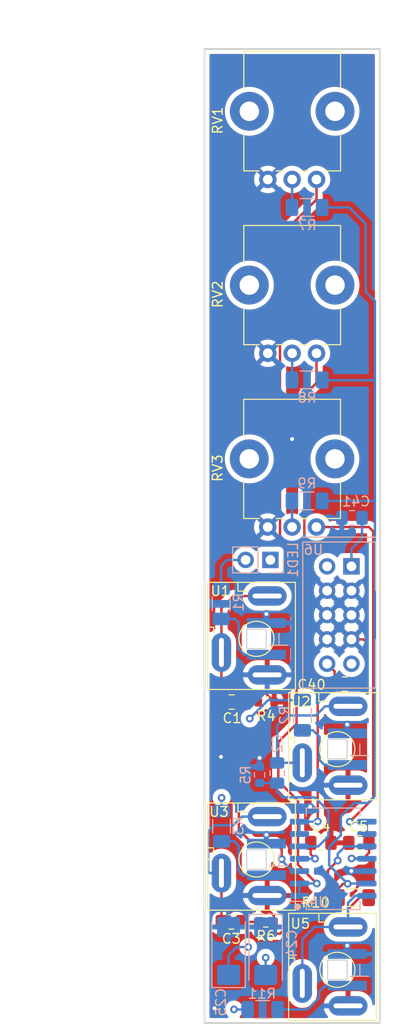
<source format=kicad_pcb>
(kicad_pcb (version 20211014) (generator pcbnew)
  (layers (0 "F.Cu" signal) (1 "In1.Cu" power "GND") (2 "In2.Cu" power "PWR") (31 "B.Cu" signal) (34 "B.Paste" user) (35 "F.Paste" user) (36 "B.SilkS" user "B.Silkscreen") (37 "F.SilkS" user "F.Silkscreen") (38 "B.Mask" user) (39 "F.Mask" user) (44 "Edge.Cuts" user))
  (net 0 "")
  (net 1 "Net-(C1-Pad1)")
  (net 2 "Net-(C1-Pad2)")
  (net 3 "Net-(C2-Pad1)")
  (net 4 "Net-(C2-Pad2)")
  (net 5 "Net-(C3-Pad1)")
  (net 6 "Net-(C3-Pad2)")
  (net 7 "+12V")
  (net 8 "GND")
  (net 9 "-12V")
  (net 10 "+12VA")
  (net 11 "Net-(R1-Pad2)")
  (net 12 "Net-(R2-Pad2)")
  (net 13 "Net-(R3-Pad2)")
  (net 14 "Net-(R7-Pad1)")
  (net 15 "Net-(R10-Pad2)")
  (net 16 "Net-(R8-Pad1)")
  (net 17 "Net-(R9-Pad1)")
  (net 18 "Net-(R10-Pad1)")
  (net 19 "Net-(RV1-Pad1)")
  (net 20 "Net-(RV2-Pad1)")
  (net 21 "Net-(RV3-Pad1)")
  (net 22 "Net-(U5-PadLA)")
  (footprint "Potentiometer_THT:Potentiometer_Bourns_PTV09A-1_Single_Vertical" (layer "F.Cu") (at 11.4916 49.0776 90)
    (fp_text reference "RV3" (at 6.05 -10.15 90) (layer "F.SilkS"))
    (fp_text value "POT-BOURNS-1K-LIN")
    (fp_line (start 0.88 -1.629) (end 0.88 -0.87) (layer "F.SilkS") (width 0.12))
    (fp_line (start 0.88 -4.129) (end 0.88 -3.37) (layer "F.SilkS") (width 0.12))
    (fp_line (start 0.88 2.47) (end 4.745 2.47) (layer "F.SilkS") (width 0.12))
    (fp_line (start 0.88 -7.47) (end 4.745 -7.47) (layer "F.SilkS") (width 0.12))
    (fp_line (start 13.12 -7.47) (end 13.12 2.47) (layer "F.SilkS") (width 0.12))
    (fp_line (start 0.88 -7.47) (end 0.88 -5.871) (layer "F.SilkS") (width 0.12))
    (fp_line (start 9.255 2.47) (end 13.12 2.47) (layer "F.SilkS") (width 0.12))
    (fp_line (start 9.255 -7.47) (end 13.12 -7.47) (layer "F.SilkS") (width 0.12))
    (fp_line (start 0.88 0.87) (end 0.88 2.47) (layer "F.SilkS") (width 0.12))
    (pad "" np_thru_hole circle (at 7 1.9 90) (size 4 4) (drill 2) (layers *.Cu *.Mask))
    (pad "" np_thru_hole circle (at 7 -6.9 90) (size 4 4) (drill 2) (layers *.Cu *.Mask))
    (pad "1" thru_hole circle (at 0 0 90) (size 1.8 1.8) (drill 1) (layers *.Cu *.Mask) (net 21 "Net-(RV3-Pad1)"))
    (pad "2" thru_hole circle (at 0 -2.5 90) (size 1.8 1.8) (drill 1) (layers *.Cu *.Mask) (net 17 "Net-(R9-Pad1)"))
    (pad "3" thru_hole circle (at 0 -5 90) (size 1.8 1.8) (drill 1) (layers *.Cu *.Mask) (net 8 "GND"))
  )
  (footprint "Capacitor_SMD:C_0805_2012Metric_Pad1.18x1.45mm_HandSolder" (layer "F.Cu") (at 14.4 65.2)
    (fp_text reference "C40" (at -3.41 0.06) (layer "F.SilkS"))
    (fp_text value "C-100nF-0805")
    (fp_line (start -0.261252 0.735) (end 0.261252 0.735) (layer "F.SilkS") (width 0.12))
    (fp_line (start -0.261252 -0.735) (end 0.261252 -0.735) (layer "F.SilkS") (width 0.12))
    (pad "1" smd roundrect (at -1.0375 0) (size 1.175 1.45) (layers "F.Cu" "F.Paste" "F.Mask") (roundrect_rratio 0.212766) (net 7 "+12V"))
    (pad "2" smd roundrect (at 1.0375 0) (size 1.175 1.45) (layers "F.Cu" "F.Paste" "F.Mask") (roundrect_rratio 0.212766) (net 8 "GND"))
  )
  (footprint "Resistor_SMD:R_0603_1608Metric" (layer "F.Cu") (at 6.297678 89.622679 180)
    (fp_text reference "R6" (at 0 -1.43) (layer "F.SilkS"))
    (fp_text value "R-100k-0603")
    (fp_line (start -0.237258 0.5225) (end 0.237258 0.5225) (layer "F.SilkS") (width 0.12))
    (fp_line (start -0.237258 -0.5225) (end 0.237258 -0.5225) (layer "F.SilkS") (width 0.12))
    (pad "1" smd roundrect (at -0.825 0 180) (size 0.8 0.95) (layers "F.Cu" "F.Paste" "F.Mask") (net 8 "GND"))
    (pad "2" smd roundrect (at 0.825 0 180) (size 0.8 0.95) (layers "F.Cu" "F.Paste" "F.Mask") (net 6 "Net-(C3-Pad2)"))
  )
  (footprint "Resistor_SMD:R_0603_1608Metric" (layer "F.Cu") (at 6.33 67.04 180)
    (fp_text reference "R4" (at 0 -1.43) (layer "F.SilkS"))
    (fp_text value "R-100k-0603")
    (fp_line (start -0.237258 0.5225) (end 0.237258 0.5225) (layer "F.SilkS") (width 0.12))
    (fp_line (start -0.237258 -0.5225) (end 0.237258 -0.5225) (layer "F.SilkS") (width 0.12))
    (pad "1" smd roundrect (at -0.825 0 180) (size 0.8 0.95) (layers "F.Cu" "F.Paste" "F.Mask") (net 8 "GND"))
    (pad "2" smd roundrect (at 0.825 0 180) (size 0.8 0.95) (layers "F.Cu" "F.Paste" "F.Mask") (net 2 "Net-(C1-Pad2)"))
  )
  (footprint "Capacitor_SMD:C_0805_2012Metric_Pad1.18x1.45mm_HandSolder" (layer "F.Cu") (at 2.757677 89.622678)
    (fp_text reference "C3" (at 0 1.72) (layer "F.SilkS"))
    (fp_text value "C-100nF-0805")
    (fp_line (start -0.261252 0.735) (end 0.261252 0.735) (layer "F.SilkS") (width 0.12))
    (fp_line (start -0.261252 -0.735) (end 0.261252 -0.735) (layer "F.SilkS") (width 0.12))
    (pad "1" smd roundrect (at -1.0375 0) (size 1.175 1.45) (layers "F.Cu" "F.Paste" "F.Mask") (roundrect_rratio 0.212766) (net 5 "Net-(C3-Pad1)"))
    (pad "2" smd roundrect (at 1.0375 0) (size 1.175 1.45) (layers "F.Cu" "F.Paste" "F.Mask") (roundrect_rratio 0.212766) (net 6 "Net-(C3-Pad2)"))
  )
  (footprint "eurorack:LUM 1502-03 LED" (layer "F.Cu") (at 13.6398 71.8804)
    (fp_text reference "U2" (at -3.7598 -4.8604 unlocked) (layer "F.SilkS"))
    (fp_text value "LUM-1502-03_3.5mm_mono_vertical_jack_LED" hide)
    (fp_line (start 2.3114 0.6604) (end 2.3114 -0.5588) (layer "B.SilkS") (width 0.12))
    (fp_line (start 3.2258 0.6604) (end 1.3462 0.6604) (layer "B.SilkS") (width 0.12))
    (fp_line (start 1.3462 0.6604) (end 2.286 0.6604) (layer "B.SilkS") (width 0.12))
    (fp_line (start -5 -1.2) (end -4.4 -1.2) (layer "F.SilkS") (width 0.12))
    (fp_line (start -5 0) (end -4.8 0) (layer "F.SilkS") (width 0.12))
    (fp_line (start -1.9 -4.9) (end -1 -4.9) (layer "F.SilkS") (width 0.12))
    (fp_line (start -4.4 -1.2) (end -4.4 -0.6) (layer "F.SilkS") (width 0.12))
    (fp_line (start -0.4 -5.55) (end -0.4 -5.8) (layer "F.SilkS") (width 0.12))
    (fp_line (start -1.9 -5.8) (end -1.9 -4.9) (layer "F.SilkS") (width 0.12))
    (fp_rect (start -5 -5.8) (end 4 5.2) (layer "F.SilkS") (width 0.12) (fill none))
    (fp_circle (center 0 0) (end 1.8 0) (layer "F.SilkS") (width 0.12) (fill none))
    (fp_rect (start -1 -1) (end 1 1) (layer "Edge.Cuts") (width 0.12) (fill none))
    (pad "LA" smd rect (at 1.016 1.6256 90) (size 1 4) (layers "B.Cu" "B.Paste" "B.Mask") (net 12 "Net-(R2-Pad2)"))
    (pad "LK" smd rect (at 1.016 -1.6256 90) (size 1 4) (layers "B.Cu" "B.Paste" "B.Mask") (net 8 "GND"))
    (pad "S" thru_hole oval (at 1.1 3.7) (size 4 2) (drill oval 3 0.5) (layers *.Cu *.Mask) (net 8 "GND"))
    (pad "T" thru_hole oval (at 1.1 -4.4) (size 4 2) (drill oval 3 0.5) (layers *.Cu *.Mask) (net 3 "Net-(C2-Pad1)"))
    (pad "TN" thru_hole oval (at -3.6 1.4 90) (size 4 2) (drill oval 3 0.5) (layers *.Cu *.Mask) (net 3 "Net-(C2-Pad1)"))
  )
  (footprint "Resistor_SMD:R_1206_3216Metric_Pad1.30x1.75mm_HandSolder" (layer "F.Cu") (at 15.3 87.125 180)
    (fp_text reference "R10" (at 3.88 -0.505) (layer "F.SilkS"))
    (fp_text value "R-10k-1206")
    (fp_line (start -0.727064 0.91) (end 0.727064 0.91) (layer "F.SilkS") (width 0.12))
    (fp_line (start -0.727064 -0.91) (end 0.727064 -0.91) (layer "F.SilkS") (width 0.12))
    (pad "1" smd roundrect (at -1.55 0 180) (size 1.3 1.75) (layers "F.Cu" "F.Paste" "F.Mask") (roundrect_rratio 0.192308) (net 18 "Net-(R10-Pad1)"))
    (pad "2" smd roundrect (at 1.55 0 180) (size 1.3 1.75) (layers "F.Cu" "F.Paste" "F.Mask") (roundrect_rratio 0.192308) (net 15 "Net-(R10-Pad2)"))
  )
  (footprint "Potentiometer_THT:Potentiometer_Bourns_PTV09A-1_Single_Vertical" (layer "F.Cu") (at 11.5 31.2341 90)
    (fp_text reference "RV2" (at 6.05 -10.15 90) (layer "F.SilkS"))
    (fp_text value "POT-BOURNS-1K-LIN")
    (fp_line (start 9.255 2.47) (end 13.12 2.47) (layer "F.SilkS") (width 0.12))
    (fp_line (start 0.88 0.87) (end 0.88 2.47) (layer "F.SilkS") (width 0.12))
    (fp_line (start 9.255 -7.47) (end 13.12 -7.47) (layer "F.SilkS") (width 0.12))
    (fp_line (start 0.88 -4.129) (end 0.88 -3.37) (layer "F.SilkS") (width 0.12))
    (fp_line (start 0.88 -7.47) (end 4.745 -7.47) (layer "F.SilkS") (width 0.12))
    (fp_line (start 0.88 2.47) (end 4.745 2.47) (layer "F.SilkS") (width 0.12))
    (fp_line (start 0.88 -1.629) (end 0.88 -0.87) (layer "F.SilkS") (width 0.12))
    (fp_line (start 13.12 -7.47) (end 13.12 2.47) (layer "F.SilkS") (width 0.12))
    (fp_line (start 0.88 -7.47) (end 0.88 -5.871) (layer "F.SilkS") (width 0.12))
    (pad "" np_thru_hole circle (at 7 -6.9 90) (size 4 4) (drill 2) (layers *.Cu *.Mask))
    (pad "" np_thru_hole circle (at 7 1.9 90) (size 4 4) (drill 2) (layers *.Cu *.Mask))
    (pad "1" thru_hole circle (at 0 0 90) (size 1.8 1.8) (drill 1) (layers *.Cu *.Mask) (net 20 "Net-(RV2-Pad1)"))
    (pad "2" thru_hole circle (at 0 -2.5 90) (size 1.8 1.8) (drill 1) (layers *.Cu *.Mask) (net 16 "Net-(R8-Pad1)"))
    (pad "3" thru_hole circle (at 0 -5 90) (size 1.8 1.8) (drill 1) (layers *.Cu *.Mask) (net 8 "GND"))
  )
  (footprint "eurorack:LUM 1502-03 LED" (layer "F.Cu") (at 5.334 83.2072)
    (fp_text reference "U3" (at -3.844 -4.8872 unlocked) (layer "F.SilkS"))
    (fp_text value "LUM-1502-03_3.5mm_mono_vertical_jack_LED" hide)
    (fp_line (start 2.3114 0.6604) (end 2.3114 -0.5588) (layer "B.SilkS") (width 0.12))
    (fp_line (start 3.2258 0.6604) (end 1.3462 0.6604) (layer "B.SilkS") (width 0.12))
    (fp_line (start 1.3462 0.6604) (end 2.286 0.6604) (layer "B.SilkS") (width 0.12))
    (fp_line (start -1.9 -5.8) (end -1.9 -4.9) (layer "F.SilkS") (width 0.12))
    (fp_line (start -5 -1.2) (end -4.4 -1.2) (layer "F.SilkS") (width 0.12))
    (fp_line (start -4.4 -1.2) (end -4.4 -0.6) (layer "F.SilkS") (width 0.12))
    (fp_line (start -1.9 -4.9) (end -1 -4.9) (layer "F.SilkS") (width 0.12))
    (fp_line (start -0.4 -5.55) (end -0.4 -5.8) (layer "F.SilkS") (width 0.12))
    (fp_line (start -5 0) (end -4.8 0) (layer "F.SilkS") (width 0.12))
    (fp_rect (start -5 -5.8) (end 4 5.2) (layer "F.SilkS") (width 0.12) (fill none))
    (fp_circle (center 0 0) (end 1.8 0) (layer "F.SilkS") (width 0.12) (fill none))
    (fp_rect (start -1 -1) (end 1 1) (layer "Edge.Cuts") (width 0.12) (fill none))
    (pad "LA" smd rect (at 1.016 1.6256 90) (size 1 4) (layers "B.Cu" "B.Paste" "B.Mask") (net 13 "Net-(R3-Pad2)"))
    (pad "LK" smd rect (at 1.016 -1.6256 90) (size 1 4) (layers "B.Cu" "B.Paste" "B.Mask") (net 8 "GND"))
    (pad "S" thru_hole oval (at 1.1 3.7) (size 4 2) (drill oval 3 0.5) (layers *.Cu *.Mask) (net 8 "GND"))
    (pad "T" thru_hole oval (at 1.1 -4.4) (size 4 2) (drill oval 3 0.5) (layers *.Cu *.Mask) (net 5 "Net-(C3-Pad1)"))
    (pad "TN" thru_hole oval (at -3.6 1.4 90) (size 4 2) (drill oval 3 0.5) (layers *.Cu *.Mask) (net 5 "Net-(C3-Pad1)"))
  )
  (footprint "eurorack:LUM 1502-03 LED" (layer "F.Cu") (at 13.6398 94.534)
    (fp_text reference "U5" (at -3.7998 -4.734 unlocked) (layer "F.SilkS"))
    (fp_text value "LUM-1502-03_3.5mm_mono_vertical_jack_LED" hide)
    (fp_line (start 1.3462 0.6604) (end 2.286 0.6604) (layer "B.SilkS") (width 0.12))
    (fp_line (start 2.3114 0.6604) (end 2.3114 -0.5588) (layer "B.SilkS") (width 0.12))
    (fp_line (start 3.2258 0.6604) (end 1.3462 0.6604) (layer "B.SilkS") (width 0.12))
    (fp_line (start -4.4 -1.2) (end -4.4 -0.6) (layer "F.SilkS") (width 0.12))
    (fp_line (start -1.9 -5.8) (end -1.9 -4.9) (layer "F.SilkS") (width 0.12))
    (fp_line (start -5 -1.2) (end -4.4 -1.2) (layer "F.SilkS") (width 0.12))
    (fp_line (start -5 0) (end -4.8 0) (layer "F.SilkS") (width 0.12))
    (fp_line (start -1.9 -4.9) (end -1 -4.9) (layer "F.SilkS") (width 0.12))
    (fp_line (start -0.4 -5.55) (end -0.4 -5.8) (layer "F.SilkS") (width 0.12))
    (fp_rect (start -5 -5.8) (end 4 5.2) (layer "F.SilkS") (width 0.12) (fill none))
    (fp_circle (center 0 0) (end 1.8 0) (layer "F.SilkS") (width 0.12) (fill none))
    (fp_rect (start -1 -1) (end 1 1) (layer "Edge.Cuts") (width 0.12) (fill none))
    (pad "LA" smd rect (at 1.016 1.6256 90) (size 1 4) (layers "B.Cu" "B.Paste" "B.Mask") (net 22 "Net-(U5-PadLA)"))
    (pad "LK" smd rect (at 1.016 -1.6256 90) (size 1 4) (layers "B.Cu" "B.Paste" "B.Mask") (net 8 "GND"))
    (pad "S" thru_hole oval (at 1.1 3.7) (size 4 2) (drill oval 3 0.5) (layers *.Cu *.Mask) (net 8 "GND"))
    (pad "T" thru_hole oval (at 1.1 -4.4) (size 4 2) (drill oval 3 0.5) (layers *.Cu *.Mask) (net 18 "Net-(R10-Pad1)"))
    (pad "TN" thru_hole oval (at -3.6 1.4 90) (size 4 2) (drill oval 3 0.5) (layers *.Cu *.Mask) (net 18 "Net-(R10-Pad1)"))
  )
  (footprint "Capacitor_SMD:C_0805_2012Metric_Pad1.18x1.45mm_HandSolder" (layer "F.Cu") (at 15.85 81.5)
    (fp_text reference "C5" (at 0 -1.68) (layer "F.SilkS"))
    (fp_text value "C-100nF-0805")
    (fp_line (start -0.261252 0.735) (end 0.261252 0.735) (layer "F.SilkS") (width 0.12))
    (fp_line (start -0.261252 -0.735) (end 0.261252 -0.735) (layer "F.SilkS") (width 0.12))
    (pad "1" smd roundrect (at -1.0375 0) (size 1.175 1.45) (layers "F.Cu" "F.Paste" "F.Mask") (roundrect_rratio 0.212766) (net 8 "GND"))
    (pad "2" smd roundrect (at 1.0375 0) (size 1.175 1.45) (layers "F.Cu" "F.Paste" "F.Mask") (roundrect_rratio 0.212766) (net 9 "-12V"))
  )
  (footprint "Potentiometer_THT:Potentiometer_Bourns_PTV09A-1_Single_Vertical" (layer "F.Cu") (at 11.5 13.3906 90)
    (fp_text reference "RV1" (at 6.05 -10.15 90) (layer "F.SilkS"))
    (fp_text value "POT-BOURNS-1K-LIN")
    (fp_line (start 0.88 -7.47) (end 4.745 -7.47) (layer "F.SilkS") (width 0.12))
    (fp_line (start 0.88 -4.129) (end 0.88 -3.37) (layer "F.SilkS") (width 0.12))
    (fp_line (start 13.12 -7.47) (end 13.12 2.47) (layer "F.SilkS") (width 0.12))
    (fp_line (start 9.255 -7.47) (end 13.12 -7.47) (layer "F.SilkS") (width 0.12))
    (fp_line (start 0.88 2.47) (end 4.745 2.47) (layer "F.SilkS") (width 0.12))
    (fp_line (start 0.88 -7.47) (end 0.88 -5.871) (layer "F.SilkS") (width 0.12))
    (fp_line (start 9.255 2.47) (end 13.12 2.47) (layer "F.SilkS") (width 0.12))
    (fp_line (start 0.88 0.87) (end 0.88 2.47) (layer "F.SilkS") (width 0.12))
    (fp_line (start 0.88 -1.629) (end 0.88 -0.87) (layer "F.SilkS") (width 0.12))
    (pad "" np_thru_hole circle (at 7 -6.9 90) (size 4 4) (drill 2) (layers *.Cu *.Mask))
    (pad "" np_thru_hole circle (at 7 1.9 90) (size 4 4) (drill 2) (layers *.Cu *.Mask))
    (pad "1" thru_hole circle (at 0 0 90) (size 1.8 1.8) (drill 1) (layers *.Cu *.Mask) (net 19 "Net-(RV1-Pad1)"))
    (pad "2" thru_hole circle (at 0 -2.5 90) (size 1.8 1.8) (drill 1) (layers *.Cu *.Mask) (net 14 "Net-(R7-Pad1)"))
    (pad "3" thru_hole circle (at 0 -5 90) (size 1.8 1.8) (drill 1) (layers *.Cu *.Mask) (net 8 "GND"))
  )
  (footprint "eurorack:LUM 1502-03 LED" (layer "F.Cu") (at 5.334 60.5536)
    (fp_text reference "U1" (at -3.714 -4.9036 unlocked) (layer "F.SilkS"))
    (fp_text value "LUM-1502-03_3.5mm_mono_vertical_jack_LED" hide)
    (fp_line (start 3.2258 0.6604) (end 1.3462 0.6604) (layer "B.SilkS") (width 0.12))
    (fp_line (start 1.3462 0.6604) (end 2.286 0.6604) (layer "B.SilkS") (width 0.12))
    (fp_line (start 2.3114 0.6604) (end 2.3114 -0.5588) (layer "B.SilkS") (width 0.12))
    (fp_line (start -1.9 -5.8) (end -1.9 -4.9) (layer "F.SilkS") (width 0.12))
    (fp_line (start -1.9 -4.9) (end -1 -4.9) (layer "F.SilkS") (width 0.12))
    (fp_line (start -5 0) (end -4.8 0) (layer "F.SilkS") (width 0.12))
    (fp_line (start -4.4 -1.2) (end -4.4 -0.6) (layer "F.SilkS") (width 0.12))
    (fp_line (start -0.4 -5.55) (end -0.4 -5.8) (layer "F.SilkS") (width 0.12))
    (fp_line (start -5 -1.2) (end -4.4 -1.2) (layer "F.SilkS") (width 0.12))
    (fp_rect (start -5 -5.8) (end 4 5.2) (layer "F.SilkS") (width 0.12) (fill none))
    (fp_circle (center 0 0) (end 1.8 0) (layer "F.SilkS") (width 0.12) (fill none))
    (fp_rect (start -1 -1) (end 1 1) (layer "Edge.Cuts") (width 0.12) (fill none))
    (pad "LA" smd rect (at 1.016 1.6256 90) (size 1 4) (layers "B.Cu" "B.Paste" "B.Mask") (net 11 "Net-(R1-Pad2)"))
    (pad "LK" smd rect (at 1.016 -1.6256 90) (size 1 4) (layers "B.Cu" "B.Paste" "B.Mask") (net 8 "GND"))
    (pad "S" thru_hole oval (at 1.1 3.7) (size 4 2) (drill oval 3 0.5) (layers *.Cu *.Mask) (net 8 "GND"))
    (pad "T" thru_hole oval (at 1.1 -4.4) (size 4 2) (drill oval 3 0.5) (layers *.Cu *.Mask) (net 1 "Net-(C1-Pad1)"))
    (pad "TN" thru_hole oval (at -3.6 1.4 90) (size 4 2) (drill oval 3 0.5) (layers *.Cu *.Mask) (net 1 "Net-(C1-Pad1)"))
  )
  (footprint "Capacitor_SMD:C_0805_2012Metric_Pad1.18x1.45mm_HandSolder" (layer "F.Cu") (at 2.79 67.04)
    (fp_text reference "C1" (at 0.04 1.66) (layer "F.SilkS"))
    (fp_text value "C-100nF-0805")
    (fp_line (start -0.261252 -0.735) (end 0.261252 -0.735) (layer "F.SilkS") (width 0.12))
    (fp_line (start -0.261252 0.735) (end 0.261252 0.735) (layer "F.SilkS") (width 0.12))
    (pad "1" smd roundrect (at -1.0375 0) (size 1.175 1.45) (layers "F.Cu" "F.Paste" "F.Mask") (roundrect_rratio 0.212766) (net 1 "Net-(C1-Pad1)"))
    (pad "2" smd roundrect (at 1.0375 0) (size 1.175 1.45) (layers "F.Cu" "F.Paste" "F.Mask") (roundrect_rratio 0.212766) (net 2 "Net-(C1-Pad2)"))
  )
  (footprint "Capacitor_SMD:C_0805_2012Metric_Pad1.18x1.45mm_HandSolder" (layer "F.Cu") (at 11.95 81.5)
    (fp_text reference "C4" (at 0 -1.68) (layer "F.SilkS"))
    (fp_text value "C-100nF-0805")
    (fp_line (start -0.261252 0.735) (end 0.261252 0.735) (layer "F.SilkS") (width 0.12))
    (fp_line (start -0.261252 -0.735) (end 0.261252 -0.735) (layer "F.SilkS") (width 0.12))
    (pad "1" smd roundrect (at -1.0375 0) (size 1.175 1.45) (layers "F.Cu" "F.Paste" "F.Mask") (roundrect_rratio 0.212766) (net 7 "+12V"))
    (pad "2" smd roundrect (at 1.0375 0) (size 1.175 1.45) (layers "F.Cu" "F.Paste" "F.Mask") (roundrect_rratio 0.212766) (net 8 "GND"))
  )
  (footprint "Capacitor_SMD:C_0805_2012Metric_Pad1.18x1.45mm_HandSolder" (layer "B.Cu") (at 15.14 48.13)
    (fp_text reference "C41" (at 0.42 -1.68) (layer "B.SilkS") (effects (justify mirror)))
    (fp_text value "C-100nF-0805")
    (fp_line (start -0.261252 -0.735) (end 0.261252 -0.735) (layer "B.SilkS") (width 0.12))
    (fp_line (start -0.261252 0.735) (end 0.261252 0.735) (layer "B.SilkS") (width 0.12))
    (pad "1" smd roundrect (at -1.0375 0) (size 1.175 1.45) (layers "B.Cu" "B.Paste" "B.Mask") (roundrect_rratio 0.212766) (net 8 "GND"))
    (pad "2" smd roundrect (at 1.0375 0) (size 1.175 1.45) (layers "B.Cu" "B.Paste" "B.Mask") (roundrect_rratio 0.212766) (net 9 "-12V"))
  )
  (footprint "Package_SO:SO-14_5.3x10.2mm_P1.27mm" (layer "B.Cu") (at 13.208 83.1342)
    (fp_text reference "U4" (at -1.488 4.4358) (layer "B.SilkS") (effects (justify mirror)))
    (fp_text value "TL074")
    (fp_line (start 2.76 5.21) (end 2.76 4.37) (layer "B.SilkS") (width 0.12))
    (fp_line (start 0 -5.21) (end -2.76 -5.21) (layer "B.SilkS") (width 0.12))
    (fp_line (start 0 5.21) (end -2.76 5.21) (layer "B.SilkS") (width 0.12))
    (fp_line (start 0 -5.21) (end 2.76 -5.21) (layer "B.SilkS") (width 0.12))
    (fp_line (start -2.76 5.21) (end -2.76 4.37) (layer "B.SilkS") (width 0.12))
    (fp_line (start -2.76 -5.21) (end -2.76 -4.37) (layer "B.SilkS") (width 0.12))
    (fp_line (start -2.76 4.37) (end -4.45 4.37) (layer "B.SilkS") (width 0.12))
    (fp_line (start 0 5.21) (end 2.76 5.21) (layer "B.SilkS") (width 0.12))
    (fp_line (start 2.76 -5.21) (end 2.76 -4.37) (layer "B.SilkS") (width 0.12))
    (pad "1" smd roundrect (at -3.4625 3.81) (size 1.975 0.6) (layers "B.Cu" "B.Paste" "B.Mask") (net 19 "Net-(RV1-Pad1)"))
    (pad "2" smd roundrect (at -3.4625 2.54) (size 1.975 0.6) (layers "B.Cu" "B.Paste" "B.Mask") (net 19 "Net-(RV1-Pad1)"))
    (pad "3" smd roundrect (at -3.4625 1.27) (size 1.975 0.6) (layers "B.Cu" "B.Paste" "B.Mask") (net 2 "Net-(C1-Pad2)"))
    (pad "4" smd roundrect (at -3.4625 0) (size 1.975 0.6) (layers "B.Cu" "B.Paste" "B.Mask") (net 7 "+12V"))
    (pad "5" smd roundrect (at -3.4625 -1.27) (size 1.975 0.6) (layers "B.Cu" "B.Paste" "B.Mask") (net 4 "Net-(C2-Pad2)"))
    (pad "6" smd roundrect (at -3.4625 -2.54) (size 1.975 0.6) (layers "B.Cu" "B.Paste" "B.Mask") (net 20 "Net-(RV2-Pad1)"))
    (pad "7" smd roundrect (at -3.4625 -3.81) (size 1.975 0.6) (layers "B.Cu" "B.Paste" "B.Mask") (net 20 "Net-(RV2-Pad1)"))
    (pad "8" smd roundrect (at 3.4625 -3.81) (size 1.975 0.6) (layers "B.Cu" "B.Paste" "B.Mask") (net 21 "Net-(RV3-Pad1)"))
    (pad "9" smd roundrect (at 3.4625 -2.54) (size 1.975 0.6) (layers "B.Cu" "B.Paste" "B.Mask") (net 21 "Net-(RV3-Pad1)"))
    (pad "10" smd roundrect (at 3.4625 -1.27) (size 1.975 0.6) (layers "B.Cu" "B.Paste" "B.Mask") (net 6 "Net-(C3-Pad2)"))
    (pad "11" smd roundrect (at 3.4625 0) (size 1.975 0.6) (layers "B.Cu" "B.Paste" "B.Mask") (net 9 "-12V"))
    (pad "12" smd roundrect (at 3.4625 1.27) (size 1.975 0.6) (layers "B.Cu" "B.Paste" "B.Mask") (net 8 "GND"))
    (pad "13" smd roundrect (at 3.4625 2.54) (size 1.975 0.6) (layers "B.Cu" "B.Paste" "B.Mask") (net 15 "Net-(R10-Pad2)"))
    (pad "14" smd roundrect (at 3.4625 3.81) (size 1.975 0.6) (layers "B.Cu" "B.Paste" "B.Mask") (net 18 "Net-(R10-Pad1)"))
  )
  (footprint "Resistor_SMD:R_1206_3216Metric_Pad1.30x1.75mm_HandSolder" (layer "B.Cu") (at 1.71 56.96 -90)
    (fp_text reference "R1" (at -0.16 -1.79 90) (layer "B.SilkS") (effects (justify mirror)))
    (fp_text value "R-1k-1206")
    (fp_line (start -0.727064 -0.91) (end 0.727064 -0.91) (layer "B.SilkS") (width 0.12))
    (fp_line (start -0.727064 0.91) (end 0.727064 0.91) (layer "B.SilkS") (width 0.12))
    (pad "1" smd roundrect (at -1.55 0 270) (size 1.3 1.75) (layers "B.Cu" "B.Paste" "B.Mask") (roundrect_rratio 0.192308) (net 10 "+12VA"))
    (pad "2" smd roundrect (at 1.55 0 270) (size 1.3 1.75) (layers "B.Cu" "B.Paste" "B.Mask") (roundrect_rratio 0.192308) (net 11 "Net-(R1-Pad2)"))
  )
  (footprint "Connector_PinHeader_2.54mm:PinHeader_1x02_P2.54mm_Vertical" (layer "B.Cu") (at 6.7614 52.451 90)
    (fp_text reference "LED1" (at 0 2.33 90) (layer "B.SilkS") (effects (justify mirror)))
    (fp_text value "Jumper_2_Open")
    (fp_line (start 1.33 -1.27) (end 1.33 -3.87) (layer "B.SilkS") (width 0.12))
    (fp_line (start -1.33 -3.87) (end 1.33 -3.87) (layer "B.SilkS") (width 0.12))
    (fp_line (start -1.33 1.33) (end 0 1.33) (layer "B.SilkS") (width 0.12))
    (fp_line (start -1.33 -1.27) (end -1.33 -3.87) (layer "B.SilkS") (width 0.12))
    (fp_line (start -1.33 0) (end -1.33 1.33) (layer "B.SilkS") (width 0.12))
    (fp_line (start -1.33 -1.27) (end 1.33 -1.27) (layer "B.SilkS") (width 0.12))
    (pad "1" thru_hole rect (at 0 0 90) (size 1.7 1.7) (drill 1) (layers *.Cu *.Mask) (net 7 "+12V"))
    (pad "2" thru_hole oval (at 0 -2.54 90) (size 1.7 1.7) (drill 1) (layers *.Cu *.Mask) (net 10 "+12VA"))
  )
  (footprint "Resistor_SMD:R_1206_3216Metric_Pad1.30x1.75mm_HandSolder" (layer "B.Cu") (at 10.53 46.39)
    (fp_text reference "R9" (at -0.02 -1.8) (layer "B.SilkS") (effects (justify mirror)))
    (fp_text value "R-3k3-1206")
    (fp_line (start -0.727064 -0.91) (end 0.727064 -0.91) (layer "B.SilkS") (width 0.12))
    (fp_line (start -0.727064 0.91) (end 0.727064 0.91) (layer "B.SilkS") (width 0.12))
    (pad "1" smd roundrect (at -1.55 0) (size 1.3 1.75) (layers "B.Cu" "B.Paste" "B.Mask") (roundrect_rratio 0.192308) (net 17 "Net-(R9-Pad1)"))
    (pad "2" smd roundrect (at 1.55 0) (size 1.3 1.75) (layers "B.Cu" "B.Paste" "B.Mask") (roundrect_rratio 0.192308) (net 15 "Net-(R10-Pad2)"))
  )
  (footprint "Resistor_SMD:R_1206_3216Metric_Pad1.30x1.75mm_HandSolder" (layer "B.Cu") (at 1.75 79.79 -90)
    (fp_text reference "R3" (at -0.03 -1.73 90) (layer "B.SilkS") (effects (justify mirror)))
    (fp_text value "R-1k-1206")
    (fp_line (start -0.727064 -0.91) (end 0.727064 -0.91) (layer "B.SilkS") (width 0.12))
    (fp_line (start -0.727064 0.91) (end 0.727064 0.91) (layer "B.SilkS") (width 0.12))
    (pad "1" smd roundrect (at -1.55 0 270) (size 1.3 1.75) (layers "B.Cu" "B.Paste" "B.Mask") (roundrect_rratio 0.192308) (net 10 "+12VA"))
    (pad "2" smd roundrect (at 1.55 0 270) (size 1.3 1.75) (layers "B.Cu" "B.Paste" "B.Mask") (roundrect_rratio 0.192308) (net 13 "Net-(R3-Pad2)"))
  )
  (footprint "Resistor_SMD:R_0603_1608Metric" (layer "B.Cu") (at 5.65 74.525 -90)
    (fp_text reference "R5" (at 0 1.43 90) (layer "B.SilkS") (effects (justify mirror)))
    (fp_text value "R-100k-0603")
    (fp_line (start -0.237258 -0.5225) (end 0.237258 -0.5225) (layer "B.SilkS") (width 0.12))
    (fp_line (start -0.237258 0.5225) (end 0.237258 0.5225) (layer "B.SilkS") (width 0.12))
    (pad "1" smd roundrect (at -0.825 0 270) (size 0.8 0.95) (layers "B.Cu" "B.Paste" "B.Mask") (net 8 "GND"))
    (pad "2" smd roundrect (at 0.825 0 270) (size 0.8 0.95) (layers "B.Cu" "B.Paste" "B.Mask") (net 4 "Net-(C2-Pad2)"))
  )
  (footprint "Resistor_SMD:R_1206_3216Metric_Pad1.30x1.75mm_HandSolder" (layer "B.Cu") (at 5.97 98.61)
    (fp_text reference "R11" (at -0.07 -1.62) (layer "B.SilkS") (effects (justify mirror)))
    (fp_text value "R-1k-1206")
    (fp_line (start -0.727064 0.91) (end 0.727064 0.91) (layer "B.SilkS") (width 0.12))
    (fp_line (start -0.727064 -0.91) (end 0.727064 -0.91) (layer "B.SilkS") (width 0.12))
    (pad "1" smd roundrect (at -1.55 0) (size 1.3 1.75) (layers "B.Cu" "B.Paste" "B.Mask") (roundrect_rratio 0.192308) (net 10 "+12VA"))
    (pad "2" smd roundrect (at 1.55 0) (size 1.3 1.75) (layers "B.Cu" "B.Paste" "B.Mask") (roundrect_rratio 0.192308) (net 22 "Net-(U5-PadLA)"))
  )
  (footprint "Resistor_SMD:R_1206_3216Metric_Pad1.30x1.75mm_HandSolder" (layer "B.Cu") (at 10.05 68.4 -90)
    (fp_text reference "R2" (at 0 1.82 90) (layer "B.SilkS") (effects (justify mirror)))
    (fp_text value "R-1k-1206")
    (fp_line (start -0.727064 -0.91) (end 0.727064 -0.91) (layer "B.SilkS") (width 0.12))
    (fp_line (start -0.727064 0.91) (end 0.727064 0.91) (layer "B.SilkS") (width 0.12))
    (pad "1" smd roundrect (at -1.55 0 270) (size 1.3 1.75) (layers "B.Cu" "B.Paste" "B.Mask") (roundrect_rratio 0.192308) (net 10 "+12VA"))
    (pad "2" smd roundrect (at 1.55 0 270) (size 1.3 1.75) (layers "B.Cu" "B.Paste" "B.Mask") (roundrect_rratio 0.192308) (net 12 "Net-(R2-Pad2)"))
  )
  (footprint "Capacitor_Tantalum_SMD:CP_EIA-6032-28_Kemet-C" (layer "B.Cu") (at 6.28 92.6 -90)
    (fp_text reference "C25" (at 5.26 4.6 90) (layer "B.SilkS") (effects (justify mirror)))
    (fp_text value "C-Pol-10uF-TAN")
    (fp_line (start -3.76 1.71) (end -3.76 -1.71) (layer "B.SilkS") (width 0.12))
    (fp_line (start 3 1.71) (end -3.76 1.71) (layer "B.SilkS") (width 0.12))
    (fp_line (start -3.76 -1.71) (end 3 -1.71) (layer "B.SilkS") (width 0.12))
    (pad "1" smd roundrect (at -2.4625 0 270) (size 2.075 2.35) (layers "B.Cu" "B.Paste" "B.Mask") (roundrect_rratio 0.120482) (net 8 "GND"))
    (pad "2" smd roundrect (at 2.4625 0 270) (size 2.075 2.35) (layers "B.Cu" "B.Paste" "B.Mask") (roundrect_rratio 0.120482) (net 9 "-12V"))
  )
  (footprint "eurorack:power_10" (layer "B.Cu") (at 15.0876 53.1114 180)
    (fp_text reference "U6" (at 3.9076 1.7014 unlocked) (layer "B.SilkS") (effects (justify mirror)))
    (fp_text value "power_conn_10")
    (fp_line (start -2.5 -2.5) (end -2.5 2.5) (layer "B.SilkS") (width 0.12))
    (fp_line (start 5 2.5) (end 5 -12.5) (layer "B.SilkS") (width 0.12))
    (fp_line (start -2.5 2.5) (end 5 2.5) (layer "B.SilkS") (width 0.12))
    (fp_line (start 5 -12.5) (end -2.5 -12.5) (layer "B.SilkS") (width 0.12))
    (fp_line (start -2.5 -12.5) (end -2.5 -7.5) (layer "B.SilkS") (width 0.12))
    (fp_line (start -2.5 3) (end 5 3) (layer "B.SilkS") (width 0.12))
    (pad "1" thru_hole rect (at 0 0 180) (size 1.7 1.7) (drill 1) (layers *.Cu *.Mask) (net 9 "-12V"))
    (pad "2" thru_hole circle (at 2.5 0 180) (size 1.7 1.7) (drill 1) (layers *.Cu *.Mask) (net 9 "-12V"))
    (pad "3" thru_hole circle (at 0 -2.5 180) (size 1.7 1.7) (drill 1) (layers *.Cu *.Mask) (net 8 "GND"))
    (pad "4" thru_hole circle (at 2.5 -2.5 180) (size 1.7 1.7) (drill 1) (layers *.Cu *.Mask) (net 8 "GND"))
    (pad "5" thru_hole circle (at 0 -5 180) (size 1.7 1.7) (drill 1) (layers *.Cu *.Mask) (net 8 "GND"))
    (pad "6" thru_hole circle (at 2.5 -5 180) (size 1.7 1.7) (drill 1) (layers *.Cu *.Mask) (net 8 "GND"))
    (pad "7" thru_hole circle (at 0 -7.5 180) (size 1.7 1.7) (drill 1) (layers *.Cu *.Mask) (net 8 "GND"))
    (pad "8" thru_hole circle (at 2.5 -7.5 180) (size 1.7 1.7) (drill 1) (layers *.Cu *.Mask) (net 8 "GND"))
    (pad "9" thru_hole circle (at 0 -10 180) (size 1.7 1.7) (drill 1) (layers *.Cu *.Mask) (net 7 "+12V"))
    (pad "10" thru_hole circle (at 2.5 -10 180) (size 1.7 1.7) (drill 1) (layers *.Cu *.Mask) (net 7 "+12V"))
  )
  (footprint "Resistor_SMD:R_1206_3216Metric_Pad1.30x1.75mm_HandSolder" (layer "B.Cu") (at 10.53 33.97)
    (fp_text reference "R8" (at 0 1.82) (layer "B.SilkS") (effects (justify mirror)))
    (fp_text value "R-3k3-1206")
    (fp_line (start -0.727064 -0.91) (end 0.727064 -0.91) (layer "B.SilkS") (width 0.12))
    (fp_line (start -0.727064 0.91) (end 0.727064 0.91) (layer "B.SilkS") (width 0.12))
    (pad "1" smd roundrect (at -1.55 0) (size 1.3 1.75) (layers "B.Cu" "B.Paste" "B.Mask") (roundrect_rratio 0.192308) (net 16 "Net-(R8-Pad1)"))
    (pad "2" smd roundrect (at 1.55 0) (size 1.3 1.75) (layers "B.Cu" "B.Paste" "B.Mask") (roundrect_rratio 0.192308) (net 15 "Net-(R10-Pad2)"))
  )
  (footprint "Capacitor_SMD:C_0805_2012Metric_Pad1.18x1.45mm_HandSolder" (layer "B.Cu") (at 7.459999 74.334999 -90)
    (fp_text reference "C2" (at -3.024999 -0.030001 90) (layer "B.SilkS") (effects (justify mirror)))
    (fp_text value "C-100nF-0805")
    (fp_line (start -0.261252 -0.735) (end 0.261252 -0.735) (layer "B.SilkS") (width 0.12))
    (fp_line (start -0.261252 0.735) (end 0.261252 0.735) (layer "B.SilkS") (width 0.12))
    (pad "1" smd roundrect (at -1.0375 0 270) (size 1.175 1.45) (layers "B.Cu" "B.Paste" "B.Mask") (roundrect_rratio 0.212766) (net 3 "Net-(C2-Pad1)"))
    (pad "2" smd roundrect (at 1.0375 0 270) (size 1.175 1.45) (layers "B.Cu" "B.Paste" "B.Mask") (roundrect_rratio 0.212766) (net 4 "Net-(C2-Pad2)"))
  )
  (footprint "Resistor_SMD:R_1206_3216Metric_Pad1.30x1.75mm_HandSolder" (layer "B.Cu") (at 10.53 16.26235)
    (fp_text reference "R7" (at 0 1.82) (layer "B.SilkS") (effects (justify mirror)))
    (fp_text value "R-3k3-1206")
    (fp_line (start -0.727064 0.91) (end 0.727064 0.91) (layer "B.SilkS") (width 0.12))
    (fp_line (start -0.727064 -0.91) (end 0.727064 -0.91) (layer "B.SilkS") (width 0.12))
    (pad "1" smd roundrect (at -1.55 0) (size 1.3 1.75) (layers "B.Cu" "B.Paste" "B.Mask") (roundrect_rratio 0.192308) (net 14 "Net-(R7-Pad1)"))
    (pad "2" smd roundrect (at 1.55 0) (size 1.3 1.75) (layers "B.Cu" "B.Paste" "B.Mask") (roundrect_rratio 0.192308) (net 15 "Net-(R10-Pad2)"))
  )
  (footprint "Capacitor_Tantalum_SMD:CP_EIA-6032-28_Kemet-C" (layer "B.Cu") (at 2.47 92.6 90)
    (fp_text reference "C24" (at 0.73 6.5 90) (layer "B.SilkS") (effects (justify mirror)))
    (fp_text value "C-Pol-10uF-TAN")
    (fp_line (start -3.76 1.71) (end -3.76 -1.71) (layer "B.SilkS") (width 0.12))
    (fp_line (start -3.76 -1.71) (end 3 -1.71) (layer "B.SilkS") (width 0.12))
    (fp_line (start 3 1.71) (end -3.76 1.71) (layer "B.SilkS") (width 0.12))
    (pad "1" smd roundrect (at -2.4625 0 90) (size 2.075 2.35) (layers "B.Cu" "B.Paste" "B.Mask") (roundrect_rratio 0.120482) (net 7 "+12V"))
    (pad "2" smd roundrect (at 2.4625 0 90) (size 2.075 2.35) (layers "B.Cu" "B.Paste" "B.Mask") (roundrect_rratio 0.120482) (net 8 "GND"))
  )
  (gr_circle (center 9.55 88.07) (end 9.818701 88.07) (layer "B.SilkS") (width 0.15) (fill solid))
  (gr_rect locked (start 0 0) (end 18 100) (layer "Edge.Cuts") (width 0.2) (fill none))
  (segment (start 2.9964 56.1536) (end 6.434 56.1536) (width 0.25) (layer "F.Cu") (net 1))
  (segment (start 1.734 67.0215) (end 1.734 61.9536) (width 0.25) (layer "F.Cu") (net 1))
  (segment (start 1.734 61.9536) (end 1.734 57.416) (width 0.25) (layer "F.Cu") (net 1))
  (segment (start 1.734 57.416) (end 2.9964 56.1536) (width 0.25) (layer "F.Cu") (net 1))
  (segment (start 3.525 80.175) (end 3.525 67.3425) (width 0.25) (layer "F.Cu") (net 2))
  (segment (start 7.925 83.175) (end 7.925 82.175) (width 0.25) (layer "F.Cu") (net 2))
  (segment (start 7.275 81.525) (end 4.875 81.525) (width 0.25) (layer "F.Cu") (net 2))
  (segment (start 5.505 67.04) (end 3.8275 67.04) (width 0.25) (layer "F.Cu") (net 2))
  (segment (start 7.925 82.175) (end 7.275 81.525) (width 0.25) (layer "F.Cu") (net 2))
  (segment (start 4.875 81.525) (end 3.525 80.175) (width 0.25) (layer "F.Cu") (net 2))
  (via (at 7.925 83.175) (size 0.8) (drill 0.4) (layers "F.Cu" "B.Cu") (net 2))
  (segment (start 9.1542 84.4042) (end 9.0342 84.4042) (width 0.25) (layer "B.Cu") (net 2))
  (segment (start 7.925 83.295) (end 7.925 83.175) (width 0.25) (layer "B.Cu") (net 2))
  (segment (start 9.0342 84.4042) (end 7.925 83.295) (width 0.25) (layer "B.Cu") (net 2))
  (segment (start 8.49 68.42) (end 11.44 68.42) (width 0.25) (layer "B.Cu") (net 3))
  (segment (start 11.44 68.42) (end 12.3796 67.4804) (width 0.25) (layer "B.Cu") (net 3))
  (segment (start 7.459999 69.450001) (end 8.49 68.42) (width 0.25) (layer "B.Cu") (net 3))
  (segment (start 10.0398 73.2804) (end 7.477098 73.2804) (width 0.25) (layer "B.Cu") (net 3))
  (segment (start 7.459999 73.297499) (end 7.459999 69.450001) (width 0.25) (layer "B.Cu") (net 3))
  (segment (start 12.3796 67.4804) (end 14.7398 67.4804) (width 0.25) (layer "B.Cu") (net 3))
  (segment (start 12.725 80.825) (end 11.6858 81.8642) (width 0.25) (layer "B.Cu") (net 4))
  (segment (start 11.325 76.825) (end 12.725 78.225) (width 0.25) (layer "B.Cu") (net 4))
  (segment (start 7.459999 75.372499) (end 7.459999 76.259999) (width 0.25) (layer "B.Cu") (net 4))
  (segment (start 5.65 75.35) (end 7.4375 75.35) (width 0.25) (layer "B.Cu") (net 4))
  (segment (start 12.725 78.225) (end 12.725 80.825) (width 0.25) (layer "B.Cu") (net 4))
  (segment (start 8.025 76.825) (end 11.325 76.825) (width 0.25) (layer "B.Cu") (net 4))
  (segment (start 11.6858 81.8642) (end 9.7455 81.8642) (width 0.25) (layer "B.Cu") (net 4))
  (segment (start 7.459999 76.259999) (end 8.025 76.825) (width 0.25) (layer "B.Cu") (net 4))
  (segment (start 1.734 89.608855) (end 1.734 84.6072) (width 0.25) (layer "F.Cu") (net 5))
  (segment (start 1.734 84.6072) (end 0.5372 84.6072) (width 0.25) (layer "B.Cu") (net 5))
  (segment (start 3.8428 78.8072) (end 6.434 78.8072) (width 0.25) (layer "B.Cu") (net 5))
  (segment (start 0.38 80.32) (end 1.01 79.69) (width 0.25) (layer "B.Cu") (net 5))
  (segment (start 2.96 79.69) (end 3.8428 78.8072) (width 0.25) (layer "B.Cu") (net 5))
  (segment (start 1.01 79.69) (end 2.96 79.69) (width 0.25) (layer "B.Cu") (net 5))
  (segment (start 0.38 84.45) (end 0.38 80.32) (width 0.25) (layer "B.Cu") (net 5))
  (segment (start 0.5372 84.6072) (end 0.38 84.45) (width 0.25) (layer "B.Cu") (net 5))
  (segment (start 7.75 90.825) (end 12.675 85.9) (width 0.25) (layer "F.Cu") (net 6))
  (segment (start 5.8 90.825) (end 7.75 90.825) (width 0.25) (layer "F.Cu") (net 6))
  (segment (start 5.472678 89.622679) (end 5.472678 90.497678) (width 0.25) (layer "F.Cu") (net 6))
  (segment (start 5.472678 90.497678) (end 5.8 90.825) (width 0.25) (layer "F.Cu") (net 6))
  (segment (start 3.795177 89.622679) (end 5.472677 89.622678) (width 0.25) (layer "F.Cu") (net 6))
  (segment (start 12.675 84.325) (end 12.675 85.9) (width 0.25) (layer "F.Cu") (net 6))
  (segment (start 13.675 83.325) (end 12.675 84.325) (width 0.25) (layer "F.Cu") (net 6))
  (via (at 13.675 83.325) (size 0.8) (drill 0.4) (layers "F.Cu" "B.Cu") (net 6))
  (segment (start 14.4358 81.8642) (end 13.675 82.625) (width 0.25) (layer "B.Cu") (net 6))
  (segment (start 16.6705 81.8642) (end 14.4358 81.8642) (width 0.25) (layer "B.Cu") (net 6))
  (segment (start 13.675 82.625) (end 13.675 83.325) (width 0.25) (layer "B.Cu") (net 6))
  (segment (start 10.9 82.675) (end 10.9 81.5125) (width 0.25) (layer "F.Cu") (net 7))
  (segment (start 13.3625 63.8863) (end 12.5876 63.1114) (width 0.25) (layer "F.Cu") (net 7))
  (segment (start 11.35 83.125) (end 10.9 82.675) (width 0.25) (layer "F.Cu") (net 7))
  (segment (start 13.3625 65.2) (end 13.3625 63.8863) (width 0.25) (layer "F.Cu") (net 7))
  (via (at 11.35 83.125) (size 0.8) (drill 0.4) (layers "F.Cu" "B.Cu") (net 7))
  (via (at 4.48 92.2) (size 0.8) (drill 0.4) (layers "F.Cu" "B.Cu") (net 7))
  (segment (start 2.47 93.46) (end 2.47 93.02) (width 0.25) (layer "B.Cu") (net 7))
  (segment (start 9.7455 83.1342) (end 11.3408 83.1342) (width 0.25) (layer "B.Cu") (net 7))
  (segment (start 11.3408 83.1342) (end 11.35 83.125) (width 0.25) (layer "B.Cu") (net 7))
  (segment (start 2.47 95.0625) (end 2.47 93.46) (width 0.25) (layer "B.Cu") (net 7))
  (segment (start 2.47 93.02) (end 2.55 92.94) (width 0.25) (layer "B.Cu") (net 7))
  (segment (start 2.55 92.94) (end 3.29 92.2) (width 0.25) (layer "B.Cu") (net 7))
  (segment (start 3.29 92.2) (end 4.48 92.2) (width 0.25) (layer "B.Cu") (net 7))
  (segment (start 16.29 65.2) (end 16.59 64.9) (width 0.25) (layer "F.Cu") (net 8))
  (segment (start 7.122678 88.972678) (end 6.434 88.284) (width 0.25) (layer "F.Cu") (net 8))
  (segment (start 15.4375 65.2) (end 16.29 65.2) (width 0.25) (layer "F.Cu") (net 8))
  (segment (start 16.59 64.9) (end 16.59 60.88) (width 0.25) (layer "F.Cu") (net 8))
  (segment (start 16.32 60.61) (end 16.3186 60.6114) (width 0.25) (layer "F.Cu") (net 8))
  (segment (start 6.434 88.284) (end 6.434 86.9072) (width 0.25) (layer "F.Cu") (net 8))
  (segment (start 16.59 60.88) (end 16.32 60.61) (width 0.25) (layer "F.Cu") (net 8))
  (segment (start 7.155 67.04) (end 6.434 66.319) (width 0.25) (layer "F.Cu") (net 8))
  (segment (start 6.434 66.319) (end 6.434 64.2536) (width 0.25) (layer "F.Cu") (net 8))
  (segment (start 7.122678 89.622679) (end 7.122678 88.972678) (width 0.25) (layer "F.Cu") (net 8))
  (segment (start 12.9875 81.5) (end 14.8125 81.5) (width 0.25) (layer "F.Cu") (net 8))
  (segment (start 16.3186 60.6114) (end 15.0876 60.6114) (width 0.25) (layer "F.Cu") (net 8))
  (via (at 5.65 72.775) (size 0.8) (drill 0.4) (layers "F.Cu" "B.Cu") (net 8))
  (via (at 6.35 80.675) (size 0.8) (drill 0.4) (layers "F.Cu" "B.Cu") (net 8))
  (via (at 1.02 98.48) (size 0.8) (drill 0.4) (layers "F.Cu" "B.Cu") (net 8))
  (via (at 15.075 84.4) (size 0.8) (drill 0.4) (layers "F.Cu" "B.Cu") (net 8))
  (via (at 10.84 77.79) (size 0.8) (drill 0.4) (layers "F.Cu" "B.Cu") (net 8))
  (via (at 6.35 58) (size 0.8) (drill 0.4) (layers "F.Cu" "B.Cu") (net 8))
  (via (at 14.65 69.35) (size 0.8) (drill 0.4) (layers "F.Cu" "B.Cu") (net 8))
  (via (at 1.69 72.67) (size 0.8) (drill 0.4) (layers "F.Cu" "B.Cu") (net 8))
  (via (at 14.65 92.05) (size 0.8) (drill 0.4) (layers "F.Cu" "B.Cu") (net 8))
  (via (at 8.99 40.04) (size 0.8) (drill 0.4) (layers "F.Cu" "B.Cu") (net 8))
  (segment (start 14.6558 69.3558) (end 14.65 69.35) (width 0.25) (layer "B.Cu") (net 8))
  (segment (start 10.65 51.92) (end 10.65 53.6738) (width 0.25) (layer "B.Cu") (net 8))
  (segment (start 14.6558 92.0558) (end 14.65 92.05) (width 0.25) (layer "B.Cu") (net 8))
  (segment (start 14.1025 48.13) (end 14.1025 49.4375) (width 0.25) (layer "B.Cu") (net 8))
  (segment (start 12.3 51.24) (end 11.33 51.24) (width 0.25) (layer "B.Cu") (net 8))
  (segment (start 10.65 53.6738) (end 12.5876 55.6114) (width 0.25) (layer "B.Cu") (net 8))
  (segment (start 14.6558 92.9084) (end 14.6558 92.0558) (width 0.25) (layer "B.Cu") (net 8))
  (segment (start 14.6558 70.2548) (end 14.6558 69.3558) (width 0.25) (layer "B.Cu") (net 8))
  (segment (start 16.6705 84.4042) (end 15.0792 84.4042) (width 0.25) (layer "B.Cu") (net 8))
  (segment (start 11.33 51.24) (end 10.65 51.92) (width 0.25) (layer "B.Cu") (net 8))
  (segment (start 6.35 58.928) (end 6.35 58) (width 0.25) (layer "B.Cu") (net 8))
  (segment (start 15.0792 84.4042) (end 15.075 84.4) (width 0.25) (layer "B.Cu") (net 8))
  (segment (start 5.65 73.7) (end 5.65 72.775) (width 0.25) (layer "B.Cu") (net 8))
  (segment (start 14.1025 49.4375) (end 12.3 51.24) (width 0.25) (layer "B.Cu") (net 8))
  (segment (start 6.35 81.5816) (end 6.35 80.675) (width 0.25) (layer "B.Cu") (net 8))
  (segment (start 15.1 83.1) (end 16.3125 83.1) (width 0.25) (layer "F.Cu") (net 9))
  (segment (start 16.8875 82.525) (end 16.8875 81.5) (width 0.25) (layer "F.Cu") (net 9))
  (segment (start 16.3125 83.1) (end 16.8875 82.525) (width 0.25) (layer "F.Cu") (net 9))
  (via (at 6.28 93.29) (size 0.8) (drill 0.4) (layers "F.Cu" "B.Cu") (net 9))
  (via (at 15.1 83.1) (size 0.8) (drill 0.4) (layers "F.Cu" "B.Cu") (net 9))
  (segment (start 16.1775 48.13) (end 16.1775 50.2325) (width 0.25) (layer "B.Cu") (net 9))
  (segment (start 15.1342 83.1342) (end 15.1 83.1) (width 0.25) (layer "B.Cu") (net 9))
  (segment (start 6.28 95.0625) (end 6.28 93.29) (width 0.25) (layer "B.Cu") (net 9))
  (segment (start 16.1775 50.2325) (end 15.0876 51.3224) (width 0.25) (layer "B.Cu") (net 9))
  (segment (start 15.0876 51.3224) (end 15.0876 53.1114) (width 0.25) (layer "B.Cu") (net 9))
  (segment (start 16.6705 83.1342) (end 15.1342 83.1342) (width 0.25) (layer "B.Cu") (net 9))
  (via (at 4.64 68.74) (size 0.8) (drill 0.4) (layers "F.Cu" "B.Cu") (net 10))
  (via (at 1.75 76.875) (size 0.8) (drill 0.4) (layers "F.Cu" "B.Cu") (net 10))
  (via (at 3.025 98.6) (size 0.8) (drill 0.4) (layers "F.Cu" "B.Cu") (net 10))
  (segment (start 10.05 66.85) (end 6.53 66.85) (width 0.25) (layer "B.Cu") (net 10))
  (segment (start 3.035 98.61) (end 3.025 98.6) (width 0.25) (layer "B.Cu") (net 10))
  (segment (start 1.75 78.24) (end 1.75 76.875) (width 0.25) (layer "B.Cu") (net 10))
  (segment (start 4.42 98.61) (end 3.035 98.61) (width 0.25) (layer "B.Cu") (net 10))
  (segment (start 2.299 52.451) (end 4.2214 52.451) (width 0.25) (layer "B.Cu") (net 10))
  (segment (start 1.71 53.04) (end 2.299 52.451) (width 0.25) (layer "B.Cu") (net 10))
  (segment (start 1.71 55.41) (end 1.71 53.04) (width 0.25) (layer "B.Cu") (net 10))
  (segment (start 6.53 66.85) (end 4.64 68.74) (width 0.25) (layer "B.Cu") (net 10))
  (segment (start 1.71 58.51) (end 3.135 58.51) (width 0.25) (layer "B.Cu") (net 11))
  (segment (start 3.135 58.51) (end 3.5 58.875) (width 0.25) (layer "B.Cu") (net 11))
  (segment (start 4.0792 62.1792) (end 6.35 62.1792) (width 0.25) (layer "B.Cu") (net 11))
  (segment (start 3.5 61.6) (end 4.0792 62.1792) (width 0.25) (layer "B.Cu") (net 11))
  (segment (start 3.5 58.875) (end 3.5 61.6) (width 0.25) (layer "B.Cu") (net 11))
  (segment (start 12.316 73.506) (end 14.6558 73.506) (width 0.25) (layer "B.Cu") (net 12))
  (segment (start 11.14 69.95) (end 11.81 70.62) (width 0.25) (layer "B.Cu") (net 12))
  (segment (start 11.81 73) (end 12.316 73.506) (width 0.25) (layer "B.Cu") (net 12))
  (segment (start 11.81 70.62) (end 11.81 73) (width 0.25) (layer "B.Cu") (net 12))
  (segment (start 10.05 69.95) (end 11.14 69.95) (width 0.25) (layer "B.Cu") (net 12))
  (segment (start 3.04 81.34) (end 3.5 81.8) (width 0.25) (layer "B.Cu") (net 13))
  (segment (start 3.5 81.8) (end 3.5 84.4) (width 0.25) (layer "B.Cu") (net 13))
  (segment (start 3.5 84.4) (end 3.9328 84.8328) (width 0.25) (layer "B.Cu") (net 13))
  (segment (start 1.75 81.34) (end 3.04 81.34) (width 0.25) (layer "B.Cu") (net 13))
  (segment (start 3.9328 84.8328) (end 6.35 84.8328) (width 0.25) (layer "B.Cu") (net 13))
  (segment (start 9 16.24235) (end 9 13.3906) (width 0.25) (layer "B.Cu") (net 14))
  (segment (start 14.225 85.7) (end 14.7 85.7) (width 0.25) (layer "F.Cu") (net 15))
  (segment (start 13.75 86.175) (end 14.225 85.7) (width 0.25) (layer "F.Cu") (net 15))
  (segment (start 13.75 87.125) (end 13.75 86.175) (width 0.25) (layer "F.Cu") (net 15))
  (via (at 14.7 85.7) (size 0.8) (drill 0.4) (layers "F.Cu" "B.Cu") (net 15))
  (segment (start 16.6705 85.6742) (end 14.7258 85.6742) (width 0.25) (layer "B.Cu") (net 15))
  (segment (start 12.08 46.39) (end 17.5 46.39) (width 0.25) (layer "B.Cu") (net 15))
  (segment (start 17.5 25.875) (end 16.55 24.925) (width 0.25) (layer "B.Cu") (net 15))
  (segment (start 12.12 34.01) (end 17.5 34.01) (width 0.25) (layer "B.Cu") (net 15))
  (segment (start 12.8 83.8) (end 12.8 81.925) (width 0.25) (layer "B.Cu") (net 15))
  (segment (start 14.7258 85.6742) (end 14.7 85.7) (width 0.25) (layer "B.Cu") (net 15))
  (segment (start 16.55 24.925) (end 16.55 17.95) (width 0.25) (layer "B.Cu") (net 15))
  (segment (start 15.375 77.4) (end 16.775 77.4) (width 0.25) (layer "B.Cu") (net 15))
  (segment (start 16.55 17.95) (end 14.86235 16.26235) (width 0.25) (layer "B.Cu") (net 15))
  (segment (start 14.86235 16.26235) (end 12.08 16.26235) (width 0.25) (layer "B.Cu") (net 15))
  (segment (start 17.5 34.01) (end 17.5 25.875) (width 0.25) (layer "B.Cu") (net 15))
  (segment (start 17.5 46.39) (end 17.5 34.01) (width 0.25) (layer "B.Cu") (net 15))
  (segment (start 16.775 77.4) (end 17.5 76.675) (width 0.25) (layer "B.Cu") (net 15))
  (segment (start 14 80.725) (end 14 78.775) (width 0.25) (layer "B.Cu") (net 15))
  (segment (start 14 78.775) (end 15.375 77.4) (width 0.25) (layer "B.Cu") (net 15))
  (segment (start 12.8 81.925) (end 14 80.725) (width 0.25) (layer "B.Cu") (net 15))
  (segment (start 14.7 85.7) (end 12.8 83.8) (width 0.25) (layer "B.Cu") (net 15))
  (segment (start 17.5 76.675) (end 17.5 46.39) (width 0.25) (layer "B.Cu") (net 15))
  (segment (start 9 33.95) (end 9 31.2341) (width 0.25) (layer "B.Cu") (net 16))
  (segment (start 8.9916 49.0776) (end 8.9916 46.4016) (width 0.25) (layer "B.Cu") (net 17))
  (segment (start 15.925 87.125) (end 14.7398 88.3102) (width 0.25) (layer "F.Cu") (net 18))
  (segment (start 16.85 87.125) (end 15.925 87.125) (width 0.25) (layer "F.Cu") (net 18))
  (segment (start 14.7398 88.3102) (end 14.7398 90.134) (width 0.25) (layer "F.Cu") (net 18))
  (segment (start 16.6513 86.925) (end 15.475 86.925) (width 0.25) (layer "B.Cu") (net 18))
  (segment (start 15.475 86.925) (end 14.7398 87.6602) (width 0.25) (layer "B.Cu") (net 18))
  (segment (start 10.0398 91.3902) (end 11.296 90.134) (width 0.25) (layer "B.Cu") (net 18))
  (segment (start 11.296 90.134) (end 14.7398 90.134) (width 0.25) (layer "B.Cu") (net 18))
  (segment (start 10.0398 95.934) (end 10.0398 91.3902) (width 0.25) (layer "B.Cu") (net 18))
  (segment (start 14.7398 87.6602) (end 14.7398 90.134) (width 0.25) (layer "B.Cu") (net 18))
  (segment (start 11.525 85.675) (end 9.6 83.75) (width 0.25) (layer "F.Cu") (net 19))
  (segment (start 9.45 51.675) (end 7.75 49.975) (width 0.25) (layer "F.Cu") (net 19))
  (segment (start 7.575 75.15) (end 7.575 71.15) (width 0.25) (layer "F.Cu") (net 19))
  (segment (start 11.5 15.45) (end 11.5 13.3906) (width 0.25) (layer "F.Cu") (net 19))
  (segment (start 7.75 19.2) (end 11.5 15.45) (width 0.25) (layer "F.Cu") (net 19))
  (segment (start 9.6 83.75) (end 9.6 77.175) (width 0.25) (layer "F.Cu") (net 19))
  (segment (start 7.575 71.15) (end 9.45 69.275) (width 0.25) (layer "F.Cu") (net 19))
  (segment (start 9.6 77.175) (end 7.575 75.15) (width 0.25) (layer "F.Cu") (net 19))
  (segment (start 7.75 49.975) (end 7.75 19.2) (width 0.25) (layer "F.Cu") (net 19))
  (segment (start 9.45 69.275) (end 9.45 51.675) (width 0.25) (layer "F.Cu") (net 19))
  (via (at 11.525 85.675) (size 0.8) (drill 0.4) (layers "F.Cu" "B.Cu") (net 19))
  (segment (start 9.7455 86.9442) (end 9.7455 85.6742) (width 0.25) (layer "B.Cu") (net 19))
  (segment (start 9.7455 85.6742) (end 11.5242 85.6742) (width 0.25) (layer "B.Cu") (net 19))
  (segment (start 11.5242 85.6742) (end 11.525 85.675) (width 0.25) (layer "B.Cu") (net 19))
  (segment (start 10.25 64.3) (end 10.25 35.525) (width 0.25) (layer "F.Cu") (net 20))
  (segment (start 10.25 35.525) (end 11.5 34.275) (width 0.25) (layer "F.Cu") (net 20))
  (segment (start 11.5 34.275) (end 11.5 31.2341) (width 0.25) (layer "F.Cu") (net 20))
  (segment (start 11.625 79.3) (end 11.625 65.675) (width 0.25) (layer "F.Cu") (net 20))
  (segment (start 11.625 65.675) (end 10.25 64.3) (width 0.25) (layer "F.Cu") (net 20))
  (via (at 11.625 79.3) (size 0.8) (drill 0.4) (layers "F.Cu" "B.Cu") (net 20))
  (segment (start 9.7455 79.3242) (end 9.7455 80.5942) (width 0.25) (layer "B.Cu") (net 20))
  (segment (start 9.7455 79.3242) (end 11.6008 79.3242) (width 0.25) (layer "B.Cu") (net 20))
  (segment (start 11.6008 79.3242) (end 11.625 79.3) (width 0.25) (layer "B.Cu") (net 20))
  (segment (start 17.325 49.525) (end 17.325 76.925) (width 0.25) (layer "F.Cu") (net 21))
  (segment (start 16.8776 49.0776) (end 17.325 49.525) (width 0.25) (layer "F.Cu") (net 21))
  (segment (start 11.4916 49.0776) (end 16.8776 49.0776) (width 0.25) (layer "F.Cu") (net 21))
  (segment (start 17.325 76.925) (end 14.92 79.33) (width 0.25) (layer "F.Cu") (net 21))
  (via (at 14.92 79.33) (size 0.8) (drill 0.4) (layers "F.Cu" "B.Cu") (net 21))
  (segment (start 16.6647 79.33) (end 14.92 79.33) (width 0.25) (layer "B.Cu") (net 21))
  (segment (start 16.6705 79.3242) (end 16.6705 80.5942) (width 0.25) (layer "B.Cu") (net 21))
  (segment (start 11.775 96.775) (end 12.375 96.175) (width 0.25) (layer "B.Cu") (net 22))
  (segment (start 7.52 98.61) (end 10.565 98.61) (width 0.25) (layer "B.Cu") (net 22))
  (segment (start 11.775 97.4) (end 11.775 96.775) (width 0.25) (layer "B.Cu") (net 22))
  (segment (start 12.375 96.175) (end 14.6404 96.175) (width 0.25) (layer "B.Cu") (net 22))
  (segment (start 10.565 98.61) (end 11.775 97.4) (width 0.25) (layer "B.Cu") (net 22))
  (zone (net 8) (net_name "GND") (layers "F.Cu" "In1.Cu" "In2.Cu" "B.Cu") (connect_pads (clearance 0.508)) (min_thickness 0.254) (fill yes (thermal_gap 0.508) (thermal_bridge_width 0.508))
    (polygon (pts (xy 17.9832 99.9998) (xy 0 99.9998) (xy 0 0) (xy 17.9832 0)))
  )
)
</source>
